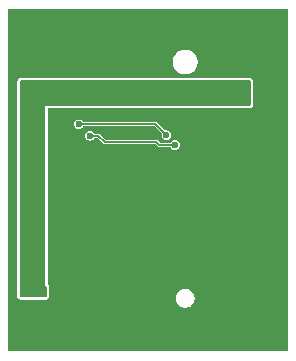
<source format=gbr>
%TF.GenerationSoftware,KiCad,Pcbnew,8.0.7*%
%TF.CreationDate,2025-04-01T17:50:48+03:00*%
%TF.ProjectId,RibbonExtentionCard,52696262-6f6e-4457-9874-656e74696f6e,rev?*%
%TF.SameCoordinates,Original*%
%TF.FileFunction,Copper,L4,Bot*%
%TF.FilePolarity,Positive*%
%FSLAX46Y46*%
G04 Gerber Fmt 4.6, Leading zero omitted, Abs format (unit mm)*
G04 Created by KiCad (PCBNEW 8.0.7) date 2025-04-01 17:50:48*
%MOMM*%
%LPD*%
G01*
G04 APERTURE LIST*
%TA.AperFunction,ViaPad*%
%ADD10C,0.600000*%
%TD*%
%TA.AperFunction,Conductor*%
%ADD11C,0.158000*%
%TD*%
G04 APERTURE END LIST*
D10*
%TO.N,+3V3*%
X103550000Y-64900000D03*
X86300000Y-65600000D03*
X102150000Y-64900000D03*
X85550000Y-66300000D03*
X102150000Y-65600000D03*
X84950000Y-82500000D03*
X85650000Y-81800000D03*
X85650000Y-82500000D03*
X84850000Y-65600000D03*
X102850000Y-64900000D03*
X86350000Y-82500000D03*
X86300000Y-64900000D03*
X85550000Y-64900000D03*
X103550000Y-65600000D03*
X102150000Y-66300000D03*
X102850000Y-65600000D03*
X85550000Y-65600000D03*
X84850000Y-64900000D03*
X84950000Y-81800000D03*
X102850000Y-66300000D03*
X84850000Y-66300000D03*
X103550000Y-66300000D03*
%TO.N,GND*%
X94650000Y-81700000D03*
X91850000Y-74250000D03*
X83950000Y-72050000D03*
X105750000Y-81350000D03*
X91850000Y-72750000D03*
X105750000Y-74350000D03*
X91850000Y-77250000D03*
X89450000Y-75750000D03*
X105750000Y-64450000D03*
X99300000Y-68500000D03*
X83950000Y-65550000D03*
X91850000Y-71250000D03*
X99300000Y-81450000D03*
X99300000Y-67400000D03*
X83950000Y-68850000D03*
X99400000Y-59500000D03*
X89450000Y-72750000D03*
X98250000Y-84350000D03*
X83950000Y-80300000D03*
X83950000Y-70400000D03*
X91900000Y-63950000D03*
X89450000Y-77250000D03*
X89450000Y-78750000D03*
X83950000Y-77100000D03*
X105750000Y-61650000D03*
X99300000Y-72500000D03*
X83950000Y-75450000D03*
X83950000Y-73900000D03*
X94650000Y-72750000D03*
X105750000Y-77150000D03*
X95750000Y-60000000D03*
X91650000Y-67400000D03*
X83950000Y-64000000D03*
X99300000Y-78500000D03*
X99300000Y-86400000D03*
X90150000Y-61900000D03*
X105750000Y-80000000D03*
X83950000Y-67200000D03*
X105750000Y-78550000D03*
X89450000Y-80250000D03*
X105750000Y-65900000D03*
X86100000Y-63750000D03*
X85250000Y-63000000D03*
X105750000Y-70100000D03*
X91850000Y-78750000D03*
X89450000Y-81700000D03*
X94650000Y-77250000D03*
X94500000Y-84700000D03*
X89450000Y-74250000D03*
X105750000Y-63100000D03*
X99300000Y-80000000D03*
X99300000Y-75500000D03*
X93050000Y-60000000D03*
X99400000Y-60500000D03*
X94650000Y-75750000D03*
X91400000Y-83750000D03*
X99300000Y-71000000D03*
X94650000Y-69000000D03*
X94650000Y-78750000D03*
X83950000Y-78750000D03*
X99300000Y-85500000D03*
X89450000Y-71250000D03*
X105750000Y-67350000D03*
X105750000Y-71550000D03*
X91850000Y-75750000D03*
X105750000Y-84250000D03*
X83950000Y-81950000D03*
X94650000Y-71250000D03*
X92600000Y-84750000D03*
X94700000Y-63900000D03*
X96600000Y-62900000D03*
X105750000Y-68700000D03*
X91850000Y-81700000D03*
X94650000Y-67400000D03*
X105750000Y-75800000D03*
X105750000Y-72900000D03*
X94650000Y-80250000D03*
X91850000Y-80250000D03*
X99300000Y-74000000D03*
X94650000Y-74250000D03*
X99300000Y-77000000D03*
X105750000Y-82800000D03*
X86100000Y-63000000D03*
X90150000Y-60000000D03*
X89450000Y-69800000D03*
X85250000Y-63750000D03*
%TO.N,PCIe_PCH_CLKREQ#*%
X89510000Y-68249936D03*
X96920000Y-69180000D03*
%TO.N,PERST#*%
X97640000Y-70020000D03*
X90450000Y-69240000D03*
%TD*%
D11*
%TO.N,PCIe_PCH_CLKREQ#*%
X95989936Y-68249936D02*
X89510000Y-68249936D01*
X96920000Y-69180000D02*
X95989936Y-68249936D01*
%TO.N,PERST#*%
X90450000Y-69240000D02*
X91160000Y-69240000D01*
X91680000Y-69760000D02*
X96060000Y-69760000D01*
X91160000Y-69240000D02*
X91680000Y-69760000D01*
X96320000Y-70020000D02*
X97640000Y-70020000D01*
X96060000Y-69760000D02*
X96320000Y-70020000D01*
%TD*%
%TA.AperFunction,Conductor*%
%TO.N,GND*%
G36*
X107188577Y-58511923D02*
G01*
X107200000Y-58539500D01*
X107200000Y-87460500D01*
X107188577Y-87488077D01*
X107161000Y-87499500D01*
X83539500Y-87499500D01*
X83511923Y-87488077D01*
X83500500Y-87460500D01*
X83500500Y-64648998D01*
X84294500Y-64648998D01*
X84294500Y-82800999D01*
X84297029Y-82833144D01*
X84297030Y-82833149D01*
X84301876Y-82863745D01*
X84302647Y-82868285D01*
X84338591Y-82952382D01*
X84374554Y-83001880D01*
X84374567Y-83001896D01*
X84398793Y-83029624D01*
X84398794Y-83029625D01*
X84398797Y-83029628D01*
X84398801Y-83029630D01*
X84398802Y-83029631D01*
X84477300Y-83076533D01*
X84477304Y-83076534D01*
X84477307Y-83076536D01*
X84518676Y-83089977D01*
X84535491Y-83095441D01*
X84535492Y-83095441D01*
X84535498Y-83095443D01*
X84588942Y-83103907D01*
X84598999Y-83105500D01*
X84599000Y-83105500D01*
X86700999Y-83105500D01*
X86701000Y-83105500D01*
X86733144Y-83102970D01*
X86763737Y-83098125D01*
X86768287Y-83097352D01*
X86852383Y-83061408D01*
X86901883Y-83025444D01*
X86929628Y-83001203D01*
X86958797Y-82952383D01*
X86976533Y-82922699D01*
X86976533Y-82922696D01*
X86976536Y-82922693D01*
X86977035Y-82921156D01*
X97699614Y-82921156D01*
X97699614Y-83078844D01*
X97720123Y-83181948D01*
X97730378Y-83233503D01*
X97730380Y-83233507D01*
X97790722Y-83379185D01*
X97790723Y-83379187D01*
X97878324Y-83510292D01*
X97878327Y-83510295D01*
X97878328Y-83510297D01*
X97989830Y-83621799D01*
X98120942Y-83709405D01*
X98266619Y-83769746D01*
X98266623Y-83769748D01*
X98266624Y-83769748D01*
X98266626Y-83769749D01*
X98421283Y-83800513D01*
X98421287Y-83800513D01*
X98578967Y-83800513D01*
X98578971Y-83800513D01*
X98733628Y-83769749D01*
X98879312Y-83709405D01*
X99010424Y-83621799D01*
X99121926Y-83510297D01*
X99209532Y-83379185D01*
X99269876Y-83233501D01*
X99300640Y-83078844D01*
X99300640Y-82921156D01*
X99269876Y-82766499D01*
X99209532Y-82620815D01*
X99121926Y-82489703D01*
X99010424Y-82378201D01*
X99010422Y-82378200D01*
X99010419Y-82378197D01*
X98879314Y-82290596D01*
X98879312Y-82290595D01*
X98733634Y-82230253D01*
X98733630Y-82230251D01*
X98682075Y-82219996D01*
X98578971Y-82199487D01*
X98421283Y-82199487D01*
X98332907Y-82217066D01*
X98266623Y-82230251D01*
X98266619Y-82230253D01*
X98120941Y-82290595D01*
X98120939Y-82290596D01*
X97989834Y-82378197D01*
X97989828Y-82378202D01*
X97878329Y-82489701D01*
X97878324Y-82489707D01*
X97790723Y-82620812D01*
X97790722Y-82620814D01*
X97730380Y-82766492D01*
X97730378Y-82766496D01*
X97723515Y-82800999D01*
X97699614Y-82921156D01*
X86977035Y-82921156D01*
X86995443Y-82864502D01*
X87005500Y-82801000D01*
X87005500Y-82127421D01*
X86998044Y-82072567D01*
X86983936Y-82021632D01*
X86983933Y-82021624D01*
X86962109Y-81970760D01*
X86861058Y-81802342D01*
X86855500Y-81782277D01*
X86855500Y-69240000D01*
X90042483Y-69240000D01*
X90062427Y-69365930D01*
X90101593Y-69442795D01*
X90120312Y-69479532D01*
X90210468Y-69569688D01*
X90210472Y-69569690D01*
X90324069Y-69627572D01*
X90341287Y-69630298D01*
X90450000Y-69647517D01*
X90575930Y-69627572D01*
X90689532Y-69569688D01*
X90779688Y-69479532D01*
X90798407Y-69442795D01*
X90821104Y-69423409D01*
X90833156Y-69421500D01*
X91068666Y-69421500D01*
X91096243Y-69432923D01*
X91577189Y-69913869D01*
X91616266Y-69930054D01*
X91616267Y-69930055D01*
X91633690Y-69937271D01*
X91643897Y-69941500D01*
X91643898Y-69941500D01*
X91716102Y-69941500D01*
X95968666Y-69941500D01*
X95996243Y-69952923D01*
X96217189Y-70173869D01*
X96283898Y-70201501D01*
X96360639Y-70201501D01*
X96360647Y-70201500D01*
X97256844Y-70201500D01*
X97284421Y-70212923D01*
X97291593Y-70222795D01*
X97310308Y-70259527D01*
X97310314Y-70259535D01*
X97400466Y-70349686D01*
X97400468Y-70349688D01*
X97400472Y-70349690D01*
X97514069Y-70407572D01*
X97531287Y-70410298D01*
X97640000Y-70427517D01*
X97765930Y-70407572D01*
X97879532Y-70349688D01*
X97969688Y-70259532D01*
X98027572Y-70145930D01*
X98047517Y-70020000D01*
X98027572Y-69894070D01*
X98027572Y-69894069D01*
X97969690Y-69780472D01*
X97969688Y-69780468D01*
X97879532Y-69690312D01*
X97879529Y-69690310D01*
X97879527Y-69690309D01*
X97765930Y-69632427D01*
X97640000Y-69612483D01*
X97514069Y-69632427D01*
X97400472Y-69690309D01*
X97400466Y-69690313D01*
X97310314Y-69780464D01*
X97310308Y-69780472D01*
X97291593Y-69817205D01*
X97268896Y-69836591D01*
X97256844Y-69838500D01*
X96411334Y-69838500D01*
X96383757Y-69827077D01*
X96162812Y-69606132D01*
X96162811Y-69606131D01*
X96117869Y-69587516D01*
X96112983Y-69585492D01*
X96096103Y-69578500D01*
X91771334Y-69578500D01*
X91743757Y-69567077D01*
X91262812Y-69086132D01*
X91262811Y-69086131D01*
X91223734Y-69069945D01*
X91223733Y-69069944D01*
X91196104Y-69058500D01*
X91196103Y-69058500D01*
X90833156Y-69058500D01*
X90805579Y-69047077D01*
X90798407Y-69037205D01*
X90779691Y-69000472D01*
X90779685Y-69000464D01*
X90689533Y-68910313D01*
X90689532Y-68910312D01*
X90689529Y-68910310D01*
X90689527Y-68910309D01*
X90575930Y-68852427D01*
X90450000Y-68832483D01*
X90324069Y-68852427D01*
X90210472Y-68910309D01*
X90210466Y-68910313D01*
X90120313Y-69000466D01*
X90120309Y-69000472D01*
X90062427Y-69114069D01*
X90042483Y-69240000D01*
X86855500Y-69240000D01*
X86855500Y-68249936D01*
X89102483Y-68249936D01*
X89122427Y-68375866D01*
X89161593Y-68452731D01*
X89180312Y-68489468D01*
X89270468Y-68579624D01*
X89270472Y-68579626D01*
X89384069Y-68637508D01*
X89401287Y-68640234D01*
X89510000Y-68657453D01*
X89635930Y-68637508D01*
X89749532Y-68579624D01*
X89839688Y-68489468D01*
X89858407Y-68452731D01*
X89881104Y-68433345D01*
X89893156Y-68431436D01*
X95898602Y-68431436D01*
X95926179Y-68442859D01*
X96519055Y-69035734D01*
X96530478Y-69063311D01*
X96529998Y-69069412D01*
X96512483Y-69180000D01*
X96532427Y-69305930D01*
X96590309Y-69419527D01*
X96590312Y-69419532D01*
X96680468Y-69509688D01*
X96680472Y-69509690D01*
X96794069Y-69567572D01*
X96807430Y-69569688D01*
X96920000Y-69587517D01*
X97045930Y-69567572D01*
X97159532Y-69509688D01*
X97249688Y-69419532D01*
X97307572Y-69305930D01*
X97327517Y-69180000D01*
X97307572Y-69054070D01*
X97307572Y-69054069D01*
X97249690Y-68940472D01*
X97249688Y-68940468D01*
X97159532Y-68850312D01*
X97159529Y-68850310D01*
X97159527Y-68850309D01*
X97045930Y-68792427D01*
X96920000Y-68772483D01*
X96809412Y-68789998D01*
X96780387Y-68783030D01*
X96775734Y-68779055D01*
X96439538Y-68442859D01*
X96092747Y-68096067D01*
X96053670Y-68079881D01*
X96053669Y-68079880D01*
X96026040Y-68068436D01*
X96026039Y-68068436D01*
X89893156Y-68068436D01*
X89865579Y-68057013D01*
X89858407Y-68047141D01*
X89839691Y-68010408D01*
X89839685Y-68010400D01*
X89749533Y-67920249D01*
X89749532Y-67920248D01*
X89749529Y-67920246D01*
X89749527Y-67920245D01*
X89635930Y-67862363D01*
X89510000Y-67842419D01*
X89384069Y-67862363D01*
X89270472Y-67920245D01*
X89270466Y-67920249D01*
X89180313Y-68010402D01*
X89180309Y-68010408D01*
X89122427Y-68124005D01*
X89102483Y-68249936D01*
X86855500Y-68249936D01*
X86855500Y-66944500D01*
X86866923Y-66916923D01*
X86894500Y-66905500D01*
X103950999Y-66905500D01*
X103951000Y-66905500D01*
X103983144Y-66902970D01*
X104013737Y-66898125D01*
X104018287Y-66897352D01*
X104102383Y-66861408D01*
X104151883Y-66825444D01*
X104179628Y-66801203D01*
X104203082Y-66761948D01*
X104226533Y-66722699D01*
X104226533Y-66722696D01*
X104226536Y-66722693D01*
X104245443Y-66664502D01*
X104255500Y-66601000D01*
X104255500Y-64649000D01*
X104252970Y-64616856D01*
X104248125Y-64586263D01*
X104247352Y-64581713D01*
X104211408Y-64497617D01*
X104175444Y-64448117D01*
X104175432Y-64448103D01*
X104151206Y-64420375D01*
X104151204Y-64420374D01*
X104151203Y-64420372D01*
X104151199Y-64420369D01*
X104151197Y-64420368D01*
X104072699Y-64373466D01*
X104072693Y-64373464D01*
X104014508Y-64354558D01*
X104014502Y-64354557D01*
X103951001Y-64344500D01*
X103951000Y-64344500D01*
X84599000Y-64344500D01*
X84596814Y-64344671D01*
X84566855Y-64347029D01*
X84566850Y-64347030D01*
X84536254Y-64351876D01*
X84531714Y-64352647D01*
X84447617Y-64388591D01*
X84398119Y-64424554D01*
X84398103Y-64424567D01*
X84370375Y-64448793D01*
X84370368Y-64448802D01*
X84323466Y-64527300D01*
X84323464Y-64527306D01*
X84304558Y-64585491D01*
X84304557Y-64585497D01*
X84294500Y-64648998D01*
X83500500Y-64648998D01*
X83500500Y-62896535D01*
X97449627Y-62896535D01*
X97449627Y-63103465D01*
X97472605Y-63218984D01*
X97489996Y-63306418D01*
X97489997Y-63306420D01*
X97569186Y-63497598D01*
X97569187Y-63497600D01*
X97684146Y-63669650D01*
X97684149Y-63669653D01*
X97684150Y-63669655D01*
X97830472Y-63815977D01*
X98002529Y-63930941D01*
X98193707Y-64010130D01*
X98396662Y-64050500D01*
X98396667Y-64050500D01*
X98603587Y-64050500D01*
X98603592Y-64050500D01*
X98806547Y-64010130D01*
X98997725Y-63930941D01*
X99169782Y-63815977D01*
X99316104Y-63669655D01*
X99431068Y-63497598D01*
X99510257Y-63306420D01*
X99550627Y-63103465D01*
X99550627Y-62896535D01*
X99510257Y-62693580D01*
X99431068Y-62502402D01*
X99316104Y-62330345D01*
X99169782Y-62184023D01*
X99169780Y-62184022D01*
X99169777Y-62184019D01*
X98997727Y-62069060D01*
X98997725Y-62069059D01*
X98806547Y-61989870D01*
X98806545Y-61989869D01*
X98719111Y-61972478D01*
X98603592Y-61949500D01*
X98396662Y-61949500D01*
X98295533Y-61969615D01*
X98193708Y-61989869D01*
X98193706Y-61989870D01*
X98002528Y-62069059D01*
X98002526Y-62069060D01*
X97830476Y-62184019D01*
X97830470Y-62184024D01*
X97684151Y-62330343D01*
X97684146Y-62330349D01*
X97569187Y-62502399D01*
X97569186Y-62502401D01*
X97489997Y-62693579D01*
X97489996Y-62693581D01*
X97466860Y-62809895D01*
X97449627Y-62896535D01*
X83500500Y-62896535D01*
X83500500Y-58539500D01*
X83511923Y-58511923D01*
X83539500Y-58500500D01*
X107161000Y-58500500D01*
X107188577Y-58511923D01*
G37*
%TD.AperFunction*%
%TD*%
%TA.AperFunction,Conductor*%
%TO.N,+3V3*%
G36*
X104009191Y-64568907D02*
G01*
X104045155Y-64618407D01*
X104050000Y-64649000D01*
X104050000Y-66601000D01*
X104031093Y-66659191D01*
X103981593Y-66695155D01*
X103951000Y-66700000D01*
X84500000Y-66700000D01*
X84500000Y-64649000D01*
X84518907Y-64590809D01*
X84568407Y-64554845D01*
X84599000Y-64550000D01*
X103951000Y-64550000D01*
X104009191Y-64568907D01*
G37*
%TD.AperFunction*%
%TD*%
%TA.AperFunction,Conductor*%
%TO.N,+3V3*%
G36*
X86650000Y-81850000D02*
G01*
X86785892Y-82076486D01*
X86800000Y-82127421D01*
X86800000Y-82801000D01*
X86781093Y-82859191D01*
X86731593Y-82895155D01*
X86701000Y-82900000D01*
X84599000Y-82900000D01*
X84540809Y-82881093D01*
X84504845Y-82831593D01*
X84500000Y-82801000D01*
X84500000Y-66700000D01*
X86650000Y-66700000D01*
X86650000Y-81850000D01*
G37*
%TD.AperFunction*%
%TD*%
M02*

</source>
